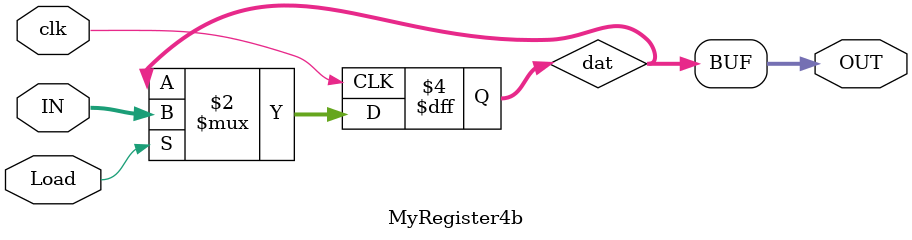
<source format=v>
`timescale 1ns / 1ps
module MyRegister4b(
    input wire clk,
    input wire Load,
    input wire [3:0] IN,
    output wire [3:0] OUT
    );
	
	reg [3:0]dat;
	always@(posedge clk) begin
		if(Load) dat<=IN;
	end
	assign OUT[3:0]=dat[3:0];
endmodule

</source>
